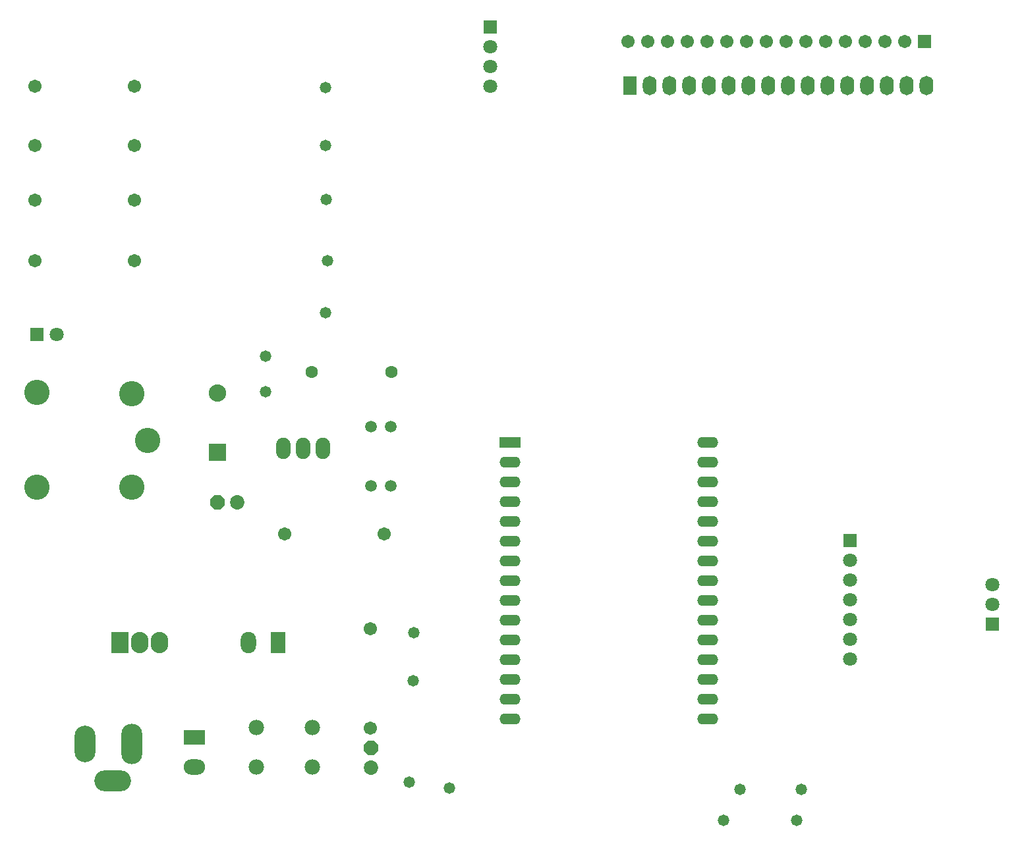
<source format=gbs>
G04*
G04 #@! TF.GenerationSoftware,Altium Limited,Altium Designer,21.9.2 (33)*
G04*
G04 Layer_Color=16711935*
%FSTAX24Y24*%
%MOIN*%
G70*
G04*
G04 #@! TF.SameCoordinates,C5A77AB0-E889-4DE2-9FB0-3BE7D8941CBD*
G04*
G04*
G04 #@! TF.FilePolarity,Negative*
G04*
G01*
G75*
%ADD22P,0.0790X8X292.5*%
%ADD23C,0.0730*%
%ADD24C,0.0710*%
%ADD25R,0.0710X0.0710*%
%ADD26C,0.0671*%
%ADD27R,0.0671X0.0671*%
%ADD28O,0.1064X0.0552*%
%ADD29R,0.1064X0.0552*%
%ADD30C,0.1280*%
%ADD31C,0.0880*%
%ADD32R,0.0880X0.0880*%
%ADD33P,0.0790X8X22.5*%
%ADD34C,0.0780*%
%ADD35O,0.1852X0.1064*%
%ADD36O,0.1064X0.1852*%
%ADD37O,0.1064X0.2049*%
%ADD38O,0.0780X0.1080*%
%ADD39R,0.0780X0.1080*%
%ADD40R,0.0880X0.1080*%
%ADD41O,0.0880X0.1080*%
%ADD42R,0.0700X0.0980*%
%ADD43O,0.0700X0.0980*%
%ADD44R,0.0710X0.0710*%
%ADD45C,0.0591*%
%ADD46C,0.0631*%
%ADD47O,0.0740X0.1080*%
%ADD48R,0.1080X0.0780*%
%ADD49O,0.1080X0.0780*%
%ADD50C,0.0580*%
D22*
X030748Y015707D02*
D03*
D23*
Y014707D02*
D03*
X023992Y02811D02*
D03*
D24*
X03678Y050189D02*
D03*
Y051189D02*
D03*
Y049189D02*
D03*
X062189Y022972D02*
D03*
Y023972D02*
D03*
X054972Y020201D02*
D03*
Y024201D02*
D03*
Y025201D02*
D03*
Y023201D02*
D03*
Y022201D02*
D03*
Y021201D02*
D03*
X014843Y036614D02*
D03*
D25*
X03678Y052189D02*
D03*
X062189Y021972D02*
D03*
X054972Y026201D02*
D03*
D26*
X043752Y051472D02*
D03*
X044752D02*
D03*
X045752D02*
D03*
X046752D02*
D03*
X047752D02*
D03*
X048752D02*
D03*
X049752D02*
D03*
X050752D02*
D03*
X051752D02*
D03*
X052752D02*
D03*
X053752D02*
D03*
X054752D02*
D03*
X055752D02*
D03*
X056752D02*
D03*
X057752D02*
D03*
X026378Y026535D02*
D03*
X031417D02*
D03*
X01878Y040354D02*
D03*
X01374D02*
D03*
Y049193D02*
D03*
Y043425D02*
D03*
Y046181D02*
D03*
X01878D02*
D03*
Y043425D02*
D03*
Y049193D02*
D03*
X030709Y021732D02*
D03*
Y016693D02*
D03*
D27*
X058752Y051472D02*
D03*
D28*
X047768Y017157D02*
D03*
X037768Y030157D02*
D03*
Y029157D02*
D03*
Y028157D02*
D03*
Y027157D02*
D03*
Y026157D02*
D03*
Y025157D02*
D03*
Y024157D02*
D03*
Y023157D02*
D03*
Y022157D02*
D03*
Y021157D02*
D03*
Y020157D02*
D03*
Y019157D02*
D03*
Y018157D02*
D03*
Y017157D02*
D03*
X047768Y031157D02*
D03*
Y030157D02*
D03*
Y029157D02*
D03*
Y028157D02*
D03*
Y027157D02*
D03*
Y026157D02*
D03*
Y025157D02*
D03*
Y024157D02*
D03*
Y023157D02*
D03*
Y022157D02*
D03*
Y021157D02*
D03*
Y020157D02*
D03*
Y019157D02*
D03*
Y018157D02*
D03*
D29*
X037768Y031157D02*
D03*
D30*
X018661Y033622D02*
D03*
Y028898D02*
D03*
X013858Y033698D02*
D03*
Y028898D02*
D03*
X019449Y03126D02*
D03*
D31*
X022992Y033669D02*
D03*
D32*
Y030669D02*
D03*
D33*
X022992Y02811D02*
D03*
D34*
X027795Y016709D02*
D03*
Y014709D02*
D03*
X024961D02*
D03*
Y016709D02*
D03*
D35*
X017677Y014016D02*
D03*
D36*
X016299Y015906D02*
D03*
D37*
X018661D02*
D03*
D38*
X024567Y021024D02*
D03*
D39*
X026067D02*
D03*
D40*
X018055D02*
D03*
D41*
X019055D02*
D03*
X020055D02*
D03*
D42*
X043835Y049232D02*
D03*
D43*
X044835D02*
D03*
X045835D02*
D03*
X046835D02*
D03*
X047835D02*
D03*
X048835D02*
D03*
X049835D02*
D03*
X050835D02*
D03*
X051835D02*
D03*
X052835D02*
D03*
X053835D02*
D03*
X054835D02*
D03*
X055835D02*
D03*
X056835D02*
D03*
X057835D02*
D03*
X058835D02*
D03*
D44*
X013843Y036614D02*
D03*
D45*
X03176Y028972D02*
D03*
X03076D02*
D03*
X03176Y031972D02*
D03*
X03076D02*
D03*
D46*
X031772Y034724D02*
D03*
X027756D02*
D03*
D47*
X028323Y030866D02*
D03*
X027323D02*
D03*
X026323D02*
D03*
D48*
X021811Y016224D02*
D03*
D49*
Y014724D02*
D03*
D50*
X052508Y013583D02*
D03*
X049406Y013598D02*
D03*
X034717Y013669D02*
D03*
X032697Y013957D02*
D03*
X048575Y012035D02*
D03*
X052276D02*
D03*
X032906Y021512D02*
D03*
X032874Y019087D02*
D03*
X028496Y043472D02*
D03*
X028535Y04037D02*
D03*
X028465Y046181D02*
D03*
Y049134D02*
D03*
Y037717D02*
D03*
X025433Y035512D02*
D03*
Y03374D02*
D03*
M02*

</source>
